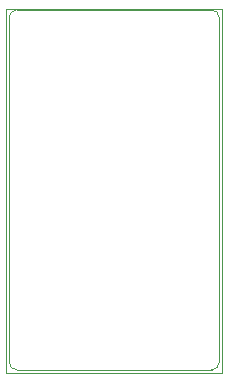
<source format=gbr>
%TF.GenerationSoftware,KiCad,Pcbnew,5.1.5+dfsg1-2~bpo10+1*%
%TF.CreationDate,Date%
%TF.ProjectId,ProMicro_TEST,50726f4d-6963-4726-9f5f-544553542e6b,v1.0*%
%TF.SameCoordinates,Original*%
%TF.FileFunction,Other,User*%
%FSLAX45Y45*%
G04 Gerber Fmt 4.5, Leading zero omitted, Abs format (unit mm)*
G04 Created by KiCad*
%MOMM*%
%LPD*%
G04 APERTURE LIST*
%ADD10C,0.100000*%
%ADD11C,0.050000*%
G04 APERTURE END LIST*
D10*
X127000Y2857500D02*
X127000Y-63500D01*
X-1651000Y-63500D02*
X-1651000Y2857500D01*
X-1587500Y-127000D02*
G75*
G02X-1651000Y-63500I0J63500D01*
G01*
X127000Y-63500D02*
G75*
G02X63500Y-127000I-63500J0D01*
G01*
X63500Y2921000D02*
G75*
G02X127000Y2857500I0J-63500D01*
G01*
X-1651000Y2857500D02*
G75*
G02X-1587500Y2921000I63500J0D01*
G01*
X63500Y-127000D02*
X-1587500Y-127000D01*
X-1587500Y2921000D02*
X63500Y2921000D01*
D11*
X150000Y-150000D02*
X-1680000Y-150000D01*
X150000Y-150000D02*
X150000Y2930000D01*
X-1680000Y2930000D02*
X-1680000Y-150000D01*
X-1680000Y2930000D02*
X150000Y2930000D01*
M02*

</source>
